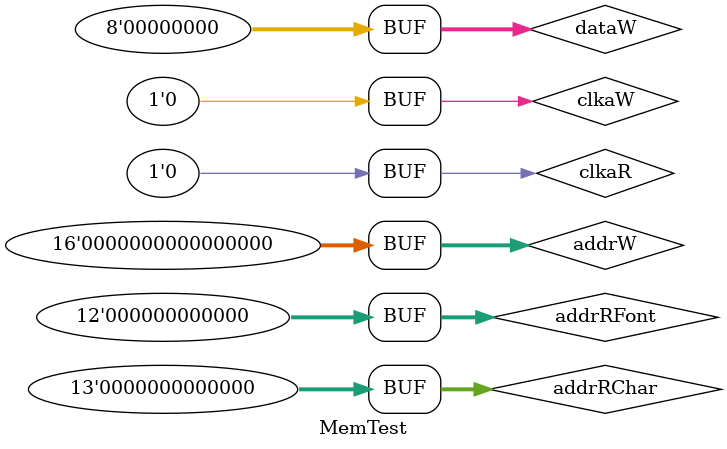
<source format=v>
`timescale 1ns / 1ps


module MemTest;

	// Inputs
	reg [15:0] addrW;
	reg [7:0] dataW;
	reg clkaW;
	reg [12:0] addrRChar;
	reg [11:0] addrRFont;
	reg clkaR;

	// Outputs
	wire [7:0] dataChar;
	wire [7:0] dataFont;

	// Instantiate the Unit Under Test (UUT)
	MemoryController uut (
		.addrW(addrW), 
		.dataW(dataW), 
		.clkaW(clkaW), 
		.addrRChar(addrRChar), 
		.addrRFont(addrRFont), 
		.clkaR(clkaR), 
		.dataChar(dataChar), 
		.dataFont(dataFont)
	);

	initial begin
		// Initialize Inputs
		addrW = 0;
		dataW = 0;
		clkaW = 0;
		addrRChar = 0;
		addrRFont = 0;
		clkaR = 0;

		// Wait 100 ns for global reset to finish
		#100;
		
		clkaR=1;
		#10
		clkaR=0;
        
		// Add stimulus here

	end
      
endmodule


</source>
